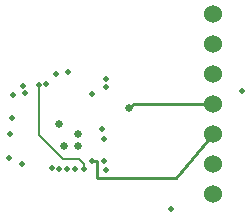
<source format=gbr>
G04 EAGLE Gerber X2 export*
%TF.Part,Single*%
%TF.FileFunction,Copper,L5,Inr,Mixed*%
%TF.FilePolarity,Positive*%
%TF.GenerationSoftware,Autodesk,EAGLE,8.6.3*%
%TF.CreationDate,2018-03-01T00:52:03Z*%
G75*
%MOMM*%
%FSLAX34Y34*%
%LPD*%
%AMOC8*
5,1,8,0,0,1.08239X$1,22.5*%
G01*
%ADD10C,1.524000*%
%ADD11C,0.508000*%
%ADD12C,0.254000*%
%ADD13C,0.654800*%
%ADD14C,0.152400*%


D10*
X225959Y184637D03*
X225959Y159237D03*
X225959Y133837D03*
X225959Y108437D03*
X225959Y83037D03*
X225959Y57637D03*
X225959Y32237D03*
D11*
X64540Y123876D03*
X92920Y134040D03*
X55630Y96940D03*
X84590Y125970D03*
X135460Y123510D03*
X133490Y78890D03*
X135390Y53145D03*
D12*
X158437Y108437D02*
X225959Y108437D01*
X158437Y108437D02*
X155000Y105000D01*
D13*
X155000Y105000D03*
X95290Y91770D03*
X99278Y73171D03*
X111499Y73034D03*
X111554Y83063D03*
D11*
X53000Y63000D03*
X123342Y60411D03*
D12*
X127364Y60411D01*
X127420Y46163D01*
X194495Y46163D01*
X225959Y83037D01*
D11*
X135000Y130000D03*
X102727Y135858D03*
X56310Y116648D03*
X131661Y87446D03*
X95646Y54044D03*
X101742Y54044D03*
X108656Y53617D03*
X54205Y83172D03*
X89530Y54470D03*
X66540Y117780D03*
X64407Y58371D03*
X133810Y60790D03*
X250000Y120000D03*
X123020Y117337D03*
X78494Y125156D03*
D14*
X78494Y82156D01*
X98646Y62004D01*
X112395Y62004D01*
X116328Y58071D01*
X116328Y53427D01*
D11*
X116328Y53427D03*
X190000Y20000D03*
M02*

</source>
